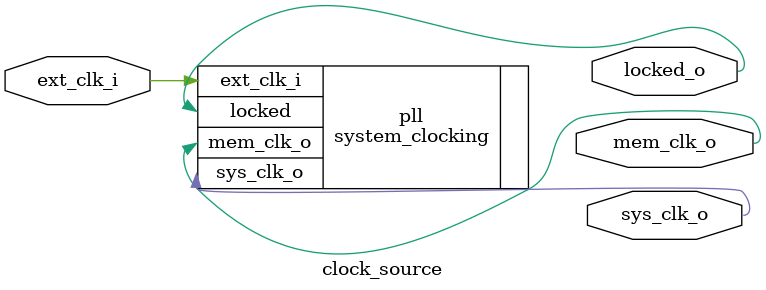
<source format=sv>
`ifndef CLOCK_SOURCE_SV
    `define CLOCK_SOURCE_SV

module clock_source (
    /* External clock source */
    input logic ext_clk_i,

    /* Generated clocks */
    output logic sys_clk_o,
    output logic mem_clk_o,

    /* PLL is locked */
    output logic locked_o
);

    /* Vivado IP */
    system_clocking pll (
        .sys_clk_o ( sys_clk_o ),
        .mem_clk_o ( mem_clk_o ), 
        .ext_clk_i ( ext_clk_i ),
        .locked    ( locked_o  )
    );

endmodule : clock_source

`endif 
</source>
